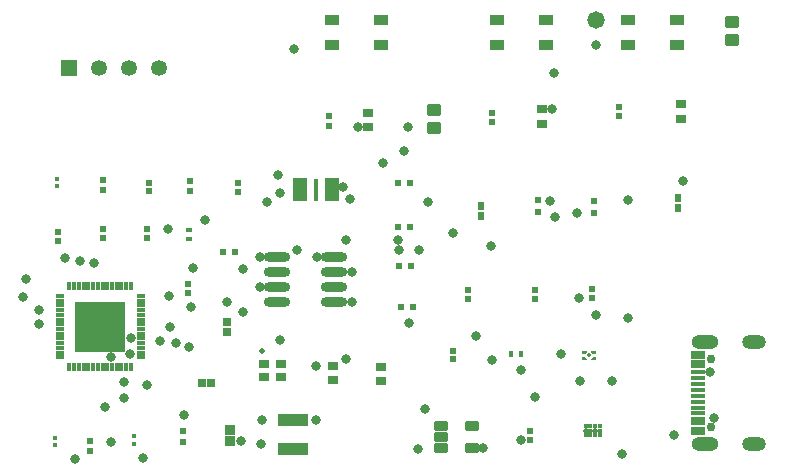
<source format=gts>
G04*
G04 #@! TF.GenerationSoftware,Altium Limited,Altium Designer,23.9.2 (47)*
G04*
G04 Layer_Color=8388736*
%FSLAX44Y44*%
%MOMM*%
G71*
G04*
G04 #@! TF.SameCoordinates,2E1E75F7-3D1D-466E-99F7-38A65D3F2882*
G04*
G04*
G04 #@! TF.FilePolarity,Negative*
G04*
G01*
G75*
%ADD20R,0.5200X0.5200*%
%ADD21R,0.3627X0.4541*%
%ADD23R,0.4725X0.5153*%
%ADD24R,0.5955X0.6631*%
%ADD25R,0.6062X0.6281*%
%ADD26R,0.5000X0.4000*%
%ADD28R,0.6000X0.5000*%
%ADD29R,0.4000X0.5000*%
%ADD30R,0.8121X0.7581*%
%ADD32R,0.5000X0.6000*%
%ADD33R,0.9000X0.7500*%
%ADD37R,2.5000X1.0000*%
%ADD44R,0.9000X0.8000*%
%ADD46P,0.3535X4X180.0*%
G04:AMPARAMS|DCode=47|XSize=0.7mm|YSize=1.25mm|CornerRadius=0.125mm|HoleSize=0mm|Usage=FLASHONLY|Rotation=90.000|XOffset=0mm|YOffset=0mm|HoleType=Round|Shape=RoundedRectangle|*
%AMROUNDEDRECTD47*
21,1,0.7000,1.0000,0,0,90.0*
21,1,0.4500,1.2500,0,0,90.0*
1,1,0.2500,0.5000,0.2250*
1,1,0.2500,0.5000,-0.2250*
1,1,0.2500,-0.5000,-0.2250*
1,1,0.2500,-0.5000,0.2250*
%
%ADD47ROUNDEDRECTD47*%
G04:AMPARAMS|DCode=48|XSize=0.4mm|YSize=1.25mm|CornerRadius=0.0875mm|HoleSize=0mm|Usage=FLASHONLY|Rotation=90.000|XOffset=0mm|YOffset=0mm|HoleType=Round|Shape=RoundedRectangle|*
%AMROUNDEDRECTD48*
21,1,0.4000,1.0750,0,0,90.0*
21,1,0.2250,1.2500,0,0,90.0*
1,1,0.1750,0.5375,0.1125*
1,1,0.1750,0.5375,-0.1125*
1,1,0.1750,-0.5375,-0.1125*
1,1,0.1750,-0.5375,0.1125*
%
%ADD48ROUNDEDRECTD48*%
G04:AMPARAMS|DCode=49|XSize=0.8032mm|YSize=1.2532mm|CornerRadius=0.1766mm|HoleSize=0mm|Usage=FLASHONLY|Rotation=90.000|XOffset=0mm|YOffset=0mm|HoleType=Round|Shape=RoundedRectangle|*
%AMROUNDEDRECTD49*
21,1,0.8032,0.9000,0,0,90.0*
21,1,0.4500,1.2532,0,0,90.0*
1,1,0.3532,0.4500,0.2250*
1,1,0.3532,0.4500,-0.2250*
1,1,0.3532,-0.4500,-0.2250*
1,1,0.3532,-0.4500,0.2250*
%
%ADD49ROUNDEDRECTD49*%
%ADD50R,0.8032X0.7432*%
%ADD51R,0.7432X0.8032*%
%ADD52R,0.7500X0.3200*%
%ADD53R,0.3200X0.7500*%
%ADD54R,4.3032X4.3032*%
%ADD55C,0.4532*%
G04:AMPARAMS|DCode=56|XSize=1.0032mm|YSize=1.2032mm|CornerRadius=0.2016mm|HoleSize=0mm|Usage=FLASHONLY|Rotation=90.000|XOffset=0mm|YOffset=0mm|HoleType=Round|Shape=RoundedRectangle|*
%AMROUNDEDRECTD56*
21,1,1.0032,0.8000,0,0,90.0*
21,1,0.6000,1.2032,0,0,90.0*
1,1,0.4032,0.4000,0.3000*
1,1,0.4032,0.4000,-0.3000*
1,1,0.4032,-0.4000,-0.3000*
1,1,0.4032,-0.4000,0.3000*
%
%ADD56ROUNDEDRECTD56*%
%ADD57R,1.2532X0.8532*%
%ADD58R,0.4532X1.8532*%
%ADD59R,1.1600X0.5600*%
%ADD60O,2.2532X0.8032*%
%ADD61R,0.8532X0.9032*%
%ADD62O,2.3032X1.2032*%
%ADD63C,0.7500*%
%ADD64O,2.0032X1.2032*%
%ADD65C,1.3500*%
%ADD66R,1.3500X1.3500*%
%ADD67C,0.5032*%
%ADD68C,0.8032*%
%ADD69C,1.4732*%
%ADD70C,0.3500*%
G36*
X804900Y351600D02*
Y351501D01*
X804976Y351317D01*
X805116Y351177D01*
X805300Y351101D01*
X805400D01*
X805400D01*
X809100Y351100D01*
Y351700D01*
X807500Y353300D01*
X805400Y353300D01*
X805300D01*
X805116Y353224D01*
X804976Y353084D01*
X804900Y352900D01*
Y352800D01*
Y352800D01*
Y351600D01*
D02*
G37*
G36*
Y357600D02*
Y357700D01*
X804976Y357884D01*
X805116Y358024D01*
X805300Y358100D01*
X805400D01*
X805400Y358100D01*
X809100Y358100D01*
Y357500D01*
X807500Y355900D01*
X805400D01*
X805300D01*
X805116Y355976D01*
X804976Y356117D01*
X804900Y356301D01*
Y356400D01*
Y356400D01*
Y357600D01*
D02*
G37*
G36*
X816900Y351600D02*
Y351501D01*
X816824Y351317D01*
X816683Y351176D01*
X816499Y351100D01*
X816400D01*
X816400D01*
X812700D01*
Y351700D01*
X814300Y353300D01*
X816400Y353300D01*
X816499D01*
X816683Y353224D01*
X816824Y353084D01*
X816900Y352900D01*
Y352800D01*
X816900Y352800D01*
X816900Y351600D01*
D02*
G37*
G36*
Y357600D02*
Y357700D01*
X816824Y357884D01*
X816683Y358024D01*
X816499Y358100D01*
X816400D01*
Y358100D01*
X812700Y358100D01*
Y357500D01*
X814300Y355900D01*
X816400D01*
X816499D01*
X816683Y355976D01*
X816824Y356117D01*
X816900Y356301D01*
Y356400D01*
X816900Y356400D01*
X816900Y357600D01*
D02*
G37*
D20*
X388457Y281914D02*
D03*
Y273914D02*
D03*
X729000Y552000D02*
D03*
Y560000D02*
D03*
X473000Y494000D02*
D03*
Y502000D02*
D03*
X591000Y549000D02*
D03*
Y557000D02*
D03*
X399000Y495000D02*
D03*
Y503000D02*
D03*
Y462000D02*
D03*
Y454000D02*
D03*
X836000Y565000D02*
D03*
Y557000D02*
D03*
D21*
X359000Y278957D02*
D03*
Y285043D02*
D03*
X426000Y286043D02*
D03*
Y279957D02*
D03*
X360000Y497957D02*
D03*
Y504043D02*
D03*
D23*
X514000Y493214D02*
D03*
Y500785D02*
D03*
X761000Y283215D02*
D03*
Y290786D02*
D03*
X696000Y351214D02*
D03*
Y358786D02*
D03*
X765000Y402429D02*
D03*
Y410000D02*
D03*
X438000Y493428D02*
D03*
Y501000D02*
D03*
X437000Y454215D02*
D03*
Y461786D02*
D03*
X471000Y407429D02*
D03*
Y415000D02*
D03*
D24*
X719000Y481065D02*
D03*
Y472935D02*
D03*
X886000Y488000D02*
D03*
Y479869D02*
D03*
D25*
X813000Y403110D02*
D03*
Y410890D02*
D03*
X708000Y402221D02*
D03*
Y410000D02*
D03*
X361000Y451220D02*
D03*
Y459000D02*
D03*
D26*
X472000Y453000D02*
D03*
Y461000D02*
D03*
D28*
X467000Y281000D02*
D03*
Y291000D02*
D03*
X768000Y486000D02*
D03*
Y476000D02*
D03*
X815000Y475000D02*
D03*
Y485000D02*
D03*
D29*
X745000Y356000D02*
D03*
X753000D02*
D03*
D30*
X771000Y550460D02*
D03*
Y563000D02*
D03*
X624000Y560270D02*
D03*
Y547730D02*
D03*
X888999Y567270D02*
D03*
Y554730D02*
D03*
D32*
X649000Y463000D02*
D03*
X659000D02*
D03*
X662000Y396000D02*
D03*
X652000D02*
D03*
X649000Y501000D02*
D03*
X659000D02*
D03*
X650000Y430000D02*
D03*
X660000D02*
D03*
X501000Y442000D02*
D03*
X511000D02*
D03*
D33*
X594000Y346000D02*
D03*
Y334000D02*
D03*
X635000Y345000D02*
D03*
Y333000D02*
D03*
D37*
X560000Y275000D02*
D03*
Y300000D02*
D03*
D44*
X536000Y347500D02*
D03*
X550000Y336500D02*
D03*
Y347500D02*
D03*
X536000Y336500D02*
D03*
D46*
X810903Y354599D02*
D03*
D47*
X903225Y355000D02*
D03*
Y291000D02*
D03*
Y299000D02*
D03*
Y347000D02*
D03*
D48*
Y320500D02*
D03*
Y325500D02*
D03*
Y330500D02*
D03*
Y315500D02*
D03*
Y310500D02*
D03*
Y305500D02*
D03*
Y335500D02*
D03*
Y340500D02*
D03*
D49*
X712000Y295000D02*
D03*
Y276000D02*
D03*
X685500D02*
D03*
Y295000D02*
D03*
Y285501D02*
D03*
D50*
X504000Y383000D02*
D03*
Y374800D02*
D03*
D51*
X491000Y331000D02*
D03*
X482800D02*
D03*
D52*
X431250Y405000D02*
D03*
Y401000D02*
D03*
Y397000D02*
D03*
Y393000D02*
D03*
Y389000D02*
D03*
Y385000D02*
D03*
Y381000D02*
D03*
Y377000D02*
D03*
Y373000D02*
D03*
Y369000D02*
D03*
Y365000D02*
D03*
Y361000D02*
D03*
Y357000D02*
D03*
Y352999D02*
D03*
X362750D02*
D03*
Y357000D02*
D03*
Y361000D02*
D03*
Y365000D02*
D03*
Y369000D02*
D03*
Y373000D02*
D03*
Y377000D02*
D03*
Y381000D02*
D03*
Y385000D02*
D03*
Y389000D02*
D03*
Y393000D02*
D03*
Y397000D02*
D03*
Y401000D02*
D03*
Y405000D02*
D03*
D53*
X370999Y413250D02*
D03*
X375000D02*
D03*
X379000D02*
D03*
X383000D02*
D03*
X387000D02*
D03*
X391000D02*
D03*
X395000D02*
D03*
X399000D02*
D03*
X403000D02*
D03*
X407000D02*
D03*
X411000D02*
D03*
X415000D02*
D03*
X419000D02*
D03*
X423000D02*
D03*
Y344750D02*
D03*
X419000D02*
D03*
X415000D02*
D03*
X411000D02*
D03*
X407000D02*
D03*
X403000D02*
D03*
X399000D02*
D03*
X395000D02*
D03*
X391000D02*
D03*
X387000D02*
D03*
X383000D02*
D03*
X379000D02*
D03*
X375000D02*
D03*
X370999D02*
D03*
D54*
X397000Y379000D02*
D03*
D55*
X816000Y287000D02*
D03*
X812000D02*
D03*
X816000Y291000D02*
D03*
X812000D02*
D03*
X808000D02*
D03*
X816000Y295000D02*
D03*
X812000D02*
D03*
X808000D02*
D03*
X820000D02*
D03*
Y291000D02*
D03*
X808000Y287000D02*
D03*
X820000D02*
D03*
D56*
X932000Y622000D02*
D03*
Y637000D02*
D03*
X680000Y547500D02*
D03*
Y562500D02*
D03*
D57*
X774750Y617250D02*
D03*
X733250D02*
D03*
X774750Y638750D02*
D03*
X733250D02*
D03*
X885750Y617250D02*
D03*
X844250D02*
D03*
X885750Y638750D02*
D03*
X844250D02*
D03*
X634750Y617250D02*
D03*
X593250D02*
D03*
X634750Y638750D02*
D03*
X593250D02*
D03*
D58*
X580000Y495000D02*
D03*
D59*
X566500Y487500D02*
D03*
X593500Y502500D02*
D03*
Y497500D02*
D03*
Y492500D02*
D03*
Y487500D02*
D03*
X566500Y502500D02*
D03*
Y497500D02*
D03*
Y492500D02*
D03*
D60*
X546750Y399950D02*
D03*
Y438050D02*
D03*
Y425350D02*
D03*
Y412650D02*
D03*
X595250Y438050D02*
D03*
Y425350D02*
D03*
Y412650D02*
D03*
Y399950D02*
D03*
D61*
X507000Y282250D02*
D03*
Y291750D02*
D03*
D62*
X908975Y366200D02*
D03*
Y279800D02*
D03*
D63*
X913975Y294100D02*
D03*
Y351900D02*
D03*
D64*
X950775Y279800D02*
D03*
Y366200D02*
D03*
D65*
X447000Y598000D02*
D03*
X421600D02*
D03*
X396200D02*
D03*
D66*
X370800D02*
D03*
D67*
X534000Y358000D02*
D03*
X816000Y291000D02*
D03*
X808000Y291000D02*
D03*
D68*
X549000Y368000D02*
D03*
X396808Y362314D02*
D03*
X602148Y497500D02*
D03*
X817118Y617250D02*
D03*
X580744Y438050D02*
D03*
X721516Y276000D02*
D03*
X672000Y309000D02*
D03*
X666000Y275000D02*
D03*
X455000Y405000D02*
D03*
X456000Y379000D02*
D03*
X696000Y458000D02*
D03*
X472000Y362000D02*
D03*
X448000Y367000D02*
D03*
X461000Y365000D02*
D03*
X334000Y419000D02*
D03*
X423000Y369000D02*
D03*
X437000Y330000D02*
D03*
X380000Y435000D02*
D03*
X406000Y353000D02*
D03*
X579680Y346000D02*
D03*
X367000Y437000D02*
D03*
X401000Y311000D02*
D03*
X729000Y351000D02*
D03*
X392000Y433000D02*
D03*
X417000Y319000D02*
D03*
Y332000D02*
D03*
X468000Y304000D02*
D03*
X781000Y594000D02*
D03*
X345000Y381000D02*
D03*
Y393000D02*
D03*
X561000Y614000D02*
D03*
X803000Y333000D02*
D03*
X728000Y447000D02*
D03*
X715000Y371000D02*
D03*
X787000Y356000D02*
D03*
X433000Y268000D02*
D03*
X406000Y281000D02*
D03*
X376000Y267000D02*
D03*
X332000Y404000D02*
D03*
X515930Y282250D02*
D03*
X533680Y300000D02*
D03*
X473807Y395381D02*
D03*
X485648Y469392D02*
D03*
X753000Y283215D02*
D03*
Y342392D02*
D03*
X657754Y547730D02*
D03*
X802374Y403110D02*
D03*
X518263Y391092D02*
D03*
X830000Y333000D02*
D03*
X800736Y475488D02*
D03*
X844000Y485944D02*
D03*
Y386200D02*
D03*
X615294Y547730D02*
D03*
X609854Y425350D02*
D03*
X532230Y438050D02*
D03*
X547570Y507580D02*
D03*
X658368Y381737D02*
D03*
X518192Y427737D02*
D03*
X667193Y444263D02*
D03*
X674320Y484375D02*
D03*
X654000Y527455D02*
D03*
X883000Y287000D02*
D03*
X839000Y271000D02*
D03*
X649000Y452304D02*
D03*
X548894Y492252D02*
D03*
X563826Y444246D02*
D03*
X650000D02*
D03*
X605076Y452374D02*
D03*
X538480Y484378D02*
D03*
X475488Y428752D02*
D03*
X454406Y461786D02*
D03*
X533527Y280035D02*
D03*
X579628Y300000D02*
D03*
X604774Y351282D02*
D03*
X422148Y355600D02*
D03*
X781812Y471424D02*
D03*
X777608Y485000D02*
D03*
X504290Y399950D02*
D03*
X765000Y319484D02*
D03*
X890016Y502666D02*
D03*
X913130Y340614D02*
D03*
X636524Y517398D02*
D03*
X609770Y399950D02*
D03*
X608198Y487426D02*
D03*
X532230Y412650D02*
D03*
X816864Y388620D02*
D03*
X779331Y563000D02*
D03*
X917000Y302000D02*
D03*
D69*
X817000Y639000D02*
D03*
D70*
X810900Y354600D02*
D03*
M02*

</source>
